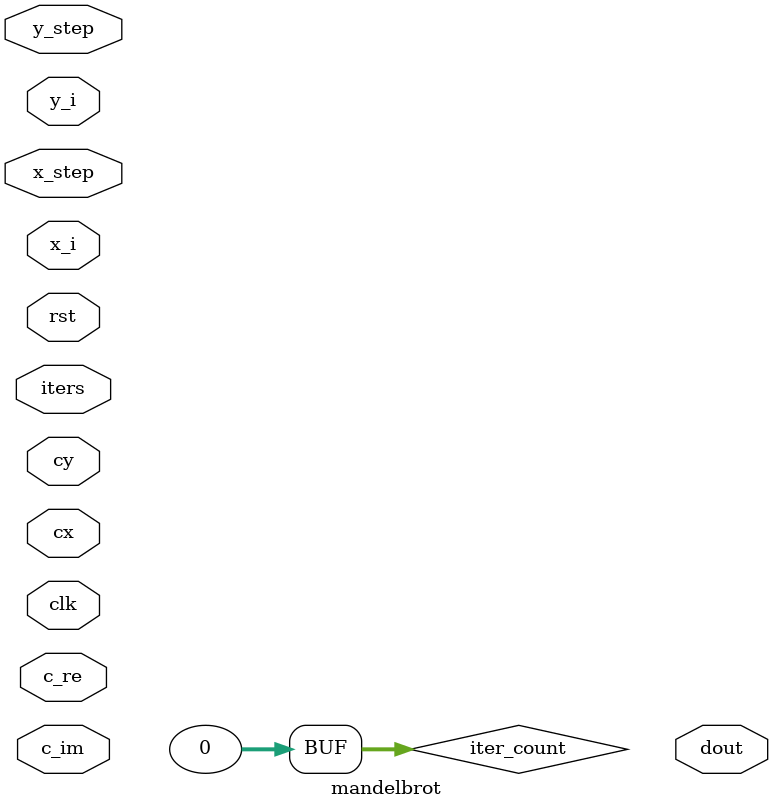
<source format=v>
`default_nettype none


module mandelbrot #(
    parameter BIT_WIDTH = 640,
    parameter BIT_HEIGHT = 480
) (
    input wire clk,
    //parameters
    input wire signed [31:0] x_i,
    input wire [31:0] x_step,
    input wire signed [31:0] y_i,
    input wire [31:0] y_step,
    input wire [31:0] iters,
    input wire [31:0] c_re, c_im,
    input wire rst,

    //display ports
    output wire [31:0] dout,
    input wire [$clog2(BIT_WIDTH)-1:0] cx, 
    input wire [$clog2(BIT_HEIGHT)-1:0] cy
);

localparam INF = {1'b0, {31{1'b1}}};

reg [31:0] calc_x=0, calc_y=0;
reg [31:0] iter_count=0;
reg [$clog2(BIT_WIDTH)-1:0] pos_x=0;
reg [$clog2(BIT_HEIGHT)-1:0] pos_y=0;
reg flag=0;
always@(posedge clk)begin
    if(rst)begin
        flag <=0;
        pos_x <= x_i;
        pos_y <= y_i;
        calc_x<=0;
        calc_y<=0;
    end
    if(~flag)begin
        if((iter_count == iters) | (calc_x== INF) | (calc_y ==INF))begin
            //finish of the iteration for the current bit

        end
    end
end

endmodule

</source>
